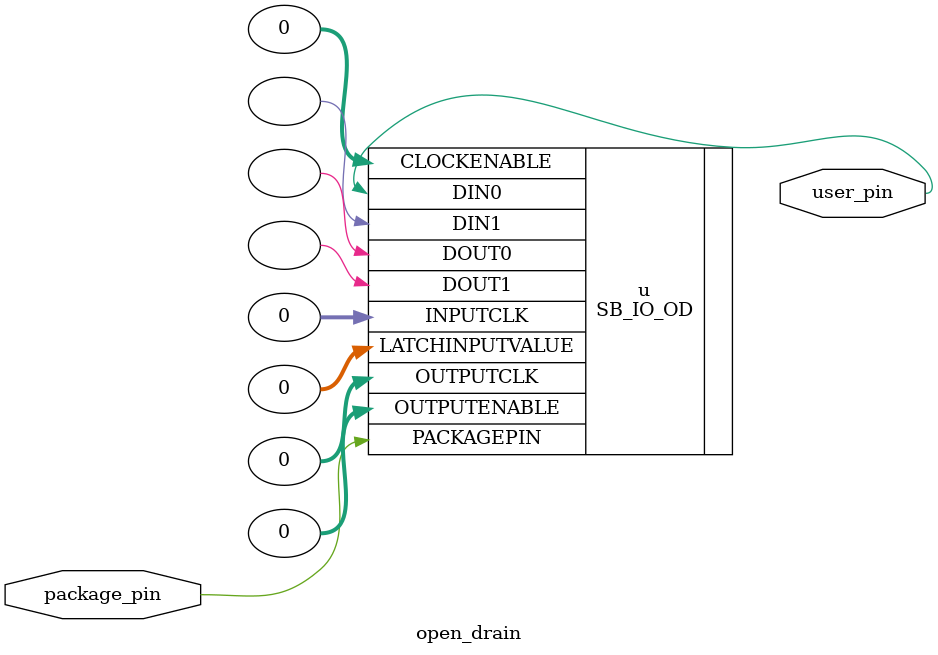
<source format=v>
`ifndef OPEN_DRAIN_V
`define OPEN_DRAIN_V
module open_drain (user_pin, package_pin);

	input     package_pin;
	output 	 user_pin;


	SB_IO_OD
	 u(
		.PACKAGEPIN (package_pin),
		.LATCHINPUTVALUE (0),
		.CLOCKENABLE (0),
		.INPUTCLK (0),
		.OUTPUTCLK (0),
		.OUTPUTENABLE (0),
		.DOUT0 (),
		.DOUT1 (),
		.DIN0 (user_pin),
		.DIN1 ()

		);
	defparam u.PIN_TYPE = 6'b000001;
	defparam u.NEG_TRIGGER = 1'b0;

endmodule

`endif

</source>
